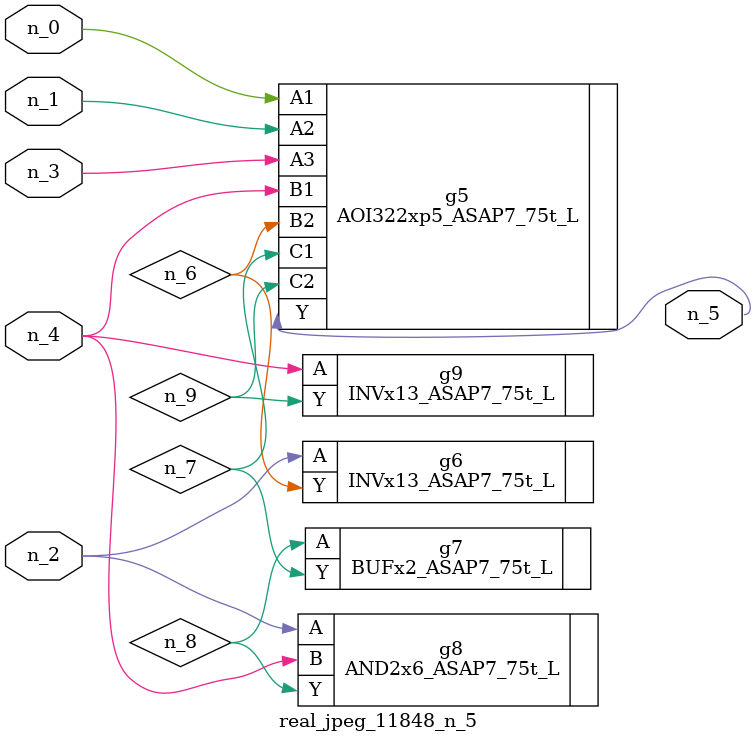
<source format=v>
module real_jpeg_11848_n_5 (n_4, n_0, n_1, n_2, n_3, n_5);

input n_4;
input n_0;
input n_1;
input n_2;
input n_3;

output n_5;

wire n_8;
wire n_6;
wire n_7;
wire n_9;

AOI322xp5_ASAP7_75t_L g5 ( 
.A1(n_0),
.A2(n_1),
.A3(n_3),
.B1(n_4),
.B2(n_6),
.C1(n_7),
.C2(n_9),
.Y(n_5)
);

INVx13_ASAP7_75t_L g6 ( 
.A(n_2),
.Y(n_6)
);

AND2x6_ASAP7_75t_L g8 ( 
.A(n_2),
.B(n_4),
.Y(n_8)
);

INVx13_ASAP7_75t_L g9 ( 
.A(n_4),
.Y(n_9)
);

BUFx2_ASAP7_75t_L g7 ( 
.A(n_8),
.Y(n_7)
);


endmodule
</source>
